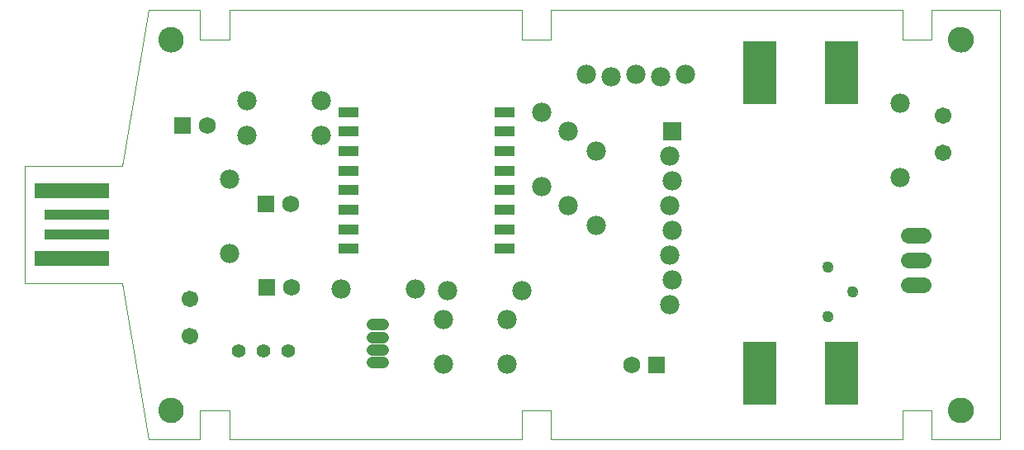
<source format=gts>
G75*
%MOIN*%
%OFA0B0*%
%FSLAX25Y25*%
%IPPOS*%
%LPD*%
%AMOC8*
5,1,8,0,0,1.08239X$1,22.5*
%
%ADD10C,0.00000*%
%ADD11C,0.10243*%
%ADD12C,0.06900*%
%ADD13R,0.06900X0.06900*%
%ADD14C,0.07800*%
%ADD15C,0.06700*%
%ADD16C,0.05550*%
%ADD17R,0.08274X0.04337*%
%ADD18C,0.06400*%
%ADD19R,0.29928X0.06306*%
%ADD20R,0.25991X0.04337*%
%ADD21R,0.07800X0.07800*%
%ADD22R,0.13200X0.25800*%
%ADD23C,0.04337*%
%ADD24C,0.04762*%
D10*
X0061333Y0001000D02*
X0082199Y0001000D01*
X0082199Y0012811D01*
X0094010Y0012811D01*
X0094010Y0001000D01*
X0212121Y0001000D01*
X0212121Y0012811D01*
X0223932Y0012811D01*
X0223932Y0001000D01*
X0365664Y0001000D01*
X0365664Y0012811D01*
X0377475Y0012811D01*
X0377475Y0001000D01*
X0405034Y0001000D01*
X0405034Y0174228D01*
X0377475Y0174228D01*
X0377475Y0162417D01*
X0365664Y0162417D01*
X0365664Y0174228D01*
X0223932Y0174228D01*
X0223932Y0162417D01*
X0212121Y0162417D01*
X0212121Y0174228D01*
X0094010Y0174228D01*
X0094010Y0162417D01*
X0082199Y0162417D01*
X0082199Y0174228D01*
X0061333Y0174228D01*
X0050703Y0111236D01*
X0011333Y0111236D01*
X0011333Y0063992D01*
X0050703Y0063992D01*
X0061333Y0001000D01*
X0065467Y0012811D02*
X0065469Y0012951D01*
X0065475Y0013091D01*
X0065485Y0013230D01*
X0065499Y0013369D01*
X0065517Y0013508D01*
X0065538Y0013646D01*
X0065564Y0013784D01*
X0065594Y0013921D01*
X0065627Y0014056D01*
X0065665Y0014191D01*
X0065706Y0014325D01*
X0065751Y0014458D01*
X0065799Y0014589D01*
X0065852Y0014718D01*
X0065908Y0014847D01*
X0065967Y0014973D01*
X0066031Y0015098D01*
X0066097Y0015221D01*
X0066168Y0015342D01*
X0066241Y0015461D01*
X0066318Y0015578D01*
X0066399Y0015692D01*
X0066482Y0015804D01*
X0066569Y0015914D01*
X0066659Y0016022D01*
X0066751Y0016126D01*
X0066847Y0016228D01*
X0066946Y0016328D01*
X0067047Y0016424D01*
X0067151Y0016518D01*
X0067258Y0016608D01*
X0067367Y0016695D01*
X0067479Y0016780D01*
X0067593Y0016861D01*
X0067709Y0016939D01*
X0067827Y0017013D01*
X0067948Y0017084D01*
X0068070Y0017152D01*
X0068195Y0017216D01*
X0068321Y0017277D01*
X0068448Y0017334D01*
X0068578Y0017387D01*
X0068709Y0017437D01*
X0068841Y0017482D01*
X0068974Y0017525D01*
X0069109Y0017563D01*
X0069244Y0017597D01*
X0069381Y0017628D01*
X0069518Y0017655D01*
X0069656Y0017677D01*
X0069795Y0017696D01*
X0069934Y0017711D01*
X0070073Y0017722D01*
X0070213Y0017729D01*
X0070353Y0017732D01*
X0070493Y0017731D01*
X0070633Y0017726D01*
X0070772Y0017717D01*
X0070912Y0017704D01*
X0071051Y0017687D01*
X0071189Y0017666D01*
X0071327Y0017642D01*
X0071464Y0017613D01*
X0071600Y0017581D01*
X0071735Y0017544D01*
X0071869Y0017504D01*
X0072002Y0017460D01*
X0072133Y0017412D01*
X0072263Y0017361D01*
X0072392Y0017306D01*
X0072519Y0017247D01*
X0072644Y0017184D01*
X0072767Y0017119D01*
X0072889Y0017049D01*
X0073008Y0016976D01*
X0073126Y0016900D01*
X0073241Y0016821D01*
X0073354Y0016738D01*
X0073464Y0016652D01*
X0073572Y0016563D01*
X0073677Y0016471D01*
X0073780Y0016376D01*
X0073880Y0016278D01*
X0073977Y0016178D01*
X0074071Y0016074D01*
X0074163Y0015968D01*
X0074251Y0015860D01*
X0074336Y0015749D01*
X0074418Y0015635D01*
X0074497Y0015519D01*
X0074572Y0015402D01*
X0074644Y0015282D01*
X0074712Y0015160D01*
X0074777Y0015036D01*
X0074839Y0014910D01*
X0074897Y0014783D01*
X0074951Y0014654D01*
X0075002Y0014523D01*
X0075048Y0014391D01*
X0075091Y0014258D01*
X0075131Y0014124D01*
X0075166Y0013989D01*
X0075198Y0013852D01*
X0075225Y0013715D01*
X0075249Y0013577D01*
X0075269Y0013439D01*
X0075285Y0013300D01*
X0075297Y0013160D01*
X0075305Y0013021D01*
X0075309Y0012881D01*
X0075309Y0012741D01*
X0075305Y0012601D01*
X0075297Y0012462D01*
X0075285Y0012322D01*
X0075269Y0012183D01*
X0075249Y0012045D01*
X0075225Y0011907D01*
X0075198Y0011770D01*
X0075166Y0011633D01*
X0075131Y0011498D01*
X0075091Y0011364D01*
X0075048Y0011231D01*
X0075002Y0011099D01*
X0074951Y0010968D01*
X0074897Y0010839D01*
X0074839Y0010712D01*
X0074777Y0010586D01*
X0074712Y0010462D01*
X0074644Y0010340D01*
X0074572Y0010220D01*
X0074497Y0010103D01*
X0074418Y0009987D01*
X0074336Y0009873D01*
X0074251Y0009762D01*
X0074163Y0009654D01*
X0074071Y0009548D01*
X0073977Y0009444D01*
X0073880Y0009344D01*
X0073780Y0009246D01*
X0073677Y0009151D01*
X0073572Y0009059D01*
X0073464Y0008970D01*
X0073354Y0008884D01*
X0073241Y0008801D01*
X0073126Y0008722D01*
X0073008Y0008646D01*
X0072889Y0008573D01*
X0072767Y0008503D01*
X0072644Y0008438D01*
X0072519Y0008375D01*
X0072392Y0008316D01*
X0072263Y0008261D01*
X0072133Y0008210D01*
X0072002Y0008162D01*
X0071869Y0008118D01*
X0071735Y0008078D01*
X0071600Y0008041D01*
X0071464Y0008009D01*
X0071327Y0007980D01*
X0071189Y0007956D01*
X0071051Y0007935D01*
X0070912Y0007918D01*
X0070772Y0007905D01*
X0070633Y0007896D01*
X0070493Y0007891D01*
X0070353Y0007890D01*
X0070213Y0007893D01*
X0070073Y0007900D01*
X0069934Y0007911D01*
X0069795Y0007926D01*
X0069656Y0007945D01*
X0069518Y0007967D01*
X0069381Y0007994D01*
X0069244Y0008025D01*
X0069109Y0008059D01*
X0068974Y0008097D01*
X0068841Y0008140D01*
X0068709Y0008185D01*
X0068578Y0008235D01*
X0068448Y0008288D01*
X0068321Y0008345D01*
X0068195Y0008406D01*
X0068070Y0008470D01*
X0067948Y0008538D01*
X0067827Y0008609D01*
X0067709Y0008683D01*
X0067593Y0008761D01*
X0067479Y0008842D01*
X0067367Y0008927D01*
X0067258Y0009014D01*
X0067151Y0009104D01*
X0067047Y0009198D01*
X0066946Y0009294D01*
X0066847Y0009394D01*
X0066751Y0009496D01*
X0066659Y0009600D01*
X0066569Y0009708D01*
X0066482Y0009818D01*
X0066399Y0009930D01*
X0066318Y0010044D01*
X0066241Y0010161D01*
X0066168Y0010280D01*
X0066097Y0010401D01*
X0066031Y0010524D01*
X0065967Y0010649D01*
X0065908Y0010775D01*
X0065852Y0010904D01*
X0065799Y0011033D01*
X0065751Y0011164D01*
X0065706Y0011297D01*
X0065665Y0011431D01*
X0065627Y0011566D01*
X0065594Y0011701D01*
X0065564Y0011838D01*
X0065538Y0011976D01*
X0065517Y0012114D01*
X0065499Y0012253D01*
X0065485Y0012392D01*
X0065475Y0012531D01*
X0065469Y0012671D01*
X0065467Y0012811D01*
X0333616Y0050606D02*
X0333618Y0050694D01*
X0333624Y0050782D01*
X0333634Y0050870D01*
X0333648Y0050958D01*
X0333665Y0051044D01*
X0333687Y0051130D01*
X0333712Y0051214D01*
X0333742Y0051298D01*
X0333774Y0051380D01*
X0333811Y0051460D01*
X0333851Y0051539D01*
X0333895Y0051616D01*
X0333942Y0051691D01*
X0333992Y0051763D01*
X0334046Y0051834D01*
X0334102Y0051901D01*
X0334162Y0051967D01*
X0334224Y0052029D01*
X0334290Y0052089D01*
X0334357Y0052145D01*
X0334428Y0052199D01*
X0334500Y0052249D01*
X0334575Y0052296D01*
X0334652Y0052340D01*
X0334731Y0052380D01*
X0334811Y0052417D01*
X0334893Y0052449D01*
X0334977Y0052479D01*
X0335061Y0052504D01*
X0335147Y0052526D01*
X0335233Y0052543D01*
X0335321Y0052557D01*
X0335409Y0052567D01*
X0335497Y0052573D01*
X0335585Y0052575D01*
X0335673Y0052573D01*
X0335761Y0052567D01*
X0335849Y0052557D01*
X0335937Y0052543D01*
X0336023Y0052526D01*
X0336109Y0052504D01*
X0336193Y0052479D01*
X0336277Y0052449D01*
X0336359Y0052417D01*
X0336439Y0052380D01*
X0336518Y0052340D01*
X0336595Y0052296D01*
X0336670Y0052249D01*
X0336742Y0052199D01*
X0336813Y0052145D01*
X0336880Y0052089D01*
X0336946Y0052029D01*
X0337008Y0051967D01*
X0337068Y0051901D01*
X0337124Y0051834D01*
X0337178Y0051763D01*
X0337228Y0051691D01*
X0337275Y0051616D01*
X0337319Y0051539D01*
X0337359Y0051460D01*
X0337396Y0051380D01*
X0337428Y0051298D01*
X0337458Y0051214D01*
X0337483Y0051130D01*
X0337505Y0051044D01*
X0337522Y0050958D01*
X0337536Y0050870D01*
X0337546Y0050782D01*
X0337552Y0050694D01*
X0337554Y0050606D01*
X0337552Y0050518D01*
X0337546Y0050430D01*
X0337536Y0050342D01*
X0337522Y0050254D01*
X0337505Y0050168D01*
X0337483Y0050082D01*
X0337458Y0049998D01*
X0337428Y0049914D01*
X0337396Y0049832D01*
X0337359Y0049752D01*
X0337319Y0049673D01*
X0337275Y0049596D01*
X0337228Y0049521D01*
X0337178Y0049449D01*
X0337124Y0049378D01*
X0337068Y0049311D01*
X0337008Y0049245D01*
X0336946Y0049183D01*
X0336880Y0049123D01*
X0336813Y0049067D01*
X0336742Y0049013D01*
X0336670Y0048963D01*
X0336595Y0048916D01*
X0336518Y0048872D01*
X0336439Y0048832D01*
X0336359Y0048795D01*
X0336277Y0048763D01*
X0336193Y0048733D01*
X0336109Y0048708D01*
X0336023Y0048686D01*
X0335937Y0048669D01*
X0335849Y0048655D01*
X0335761Y0048645D01*
X0335673Y0048639D01*
X0335585Y0048637D01*
X0335497Y0048639D01*
X0335409Y0048645D01*
X0335321Y0048655D01*
X0335233Y0048669D01*
X0335147Y0048686D01*
X0335061Y0048708D01*
X0334977Y0048733D01*
X0334893Y0048763D01*
X0334811Y0048795D01*
X0334731Y0048832D01*
X0334652Y0048872D01*
X0334575Y0048916D01*
X0334500Y0048963D01*
X0334428Y0049013D01*
X0334357Y0049067D01*
X0334290Y0049123D01*
X0334224Y0049183D01*
X0334162Y0049245D01*
X0334102Y0049311D01*
X0334046Y0049378D01*
X0333992Y0049449D01*
X0333942Y0049521D01*
X0333895Y0049596D01*
X0333851Y0049673D01*
X0333811Y0049752D01*
X0333774Y0049832D01*
X0333742Y0049914D01*
X0333712Y0049998D01*
X0333687Y0050082D01*
X0333665Y0050168D01*
X0333648Y0050254D01*
X0333634Y0050342D01*
X0333624Y0050430D01*
X0333618Y0050518D01*
X0333616Y0050606D01*
X0343616Y0060606D02*
X0343618Y0060694D01*
X0343624Y0060782D01*
X0343634Y0060870D01*
X0343648Y0060958D01*
X0343665Y0061044D01*
X0343687Y0061130D01*
X0343712Y0061214D01*
X0343742Y0061298D01*
X0343774Y0061380D01*
X0343811Y0061460D01*
X0343851Y0061539D01*
X0343895Y0061616D01*
X0343942Y0061691D01*
X0343992Y0061763D01*
X0344046Y0061834D01*
X0344102Y0061901D01*
X0344162Y0061967D01*
X0344224Y0062029D01*
X0344290Y0062089D01*
X0344357Y0062145D01*
X0344428Y0062199D01*
X0344500Y0062249D01*
X0344575Y0062296D01*
X0344652Y0062340D01*
X0344731Y0062380D01*
X0344811Y0062417D01*
X0344893Y0062449D01*
X0344977Y0062479D01*
X0345061Y0062504D01*
X0345147Y0062526D01*
X0345233Y0062543D01*
X0345321Y0062557D01*
X0345409Y0062567D01*
X0345497Y0062573D01*
X0345585Y0062575D01*
X0345673Y0062573D01*
X0345761Y0062567D01*
X0345849Y0062557D01*
X0345937Y0062543D01*
X0346023Y0062526D01*
X0346109Y0062504D01*
X0346193Y0062479D01*
X0346277Y0062449D01*
X0346359Y0062417D01*
X0346439Y0062380D01*
X0346518Y0062340D01*
X0346595Y0062296D01*
X0346670Y0062249D01*
X0346742Y0062199D01*
X0346813Y0062145D01*
X0346880Y0062089D01*
X0346946Y0062029D01*
X0347008Y0061967D01*
X0347068Y0061901D01*
X0347124Y0061834D01*
X0347178Y0061763D01*
X0347228Y0061691D01*
X0347275Y0061616D01*
X0347319Y0061539D01*
X0347359Y0061460D01*
X0347396Y0061380D01*
X0347428Y0061298D01*
X0347458Y0061214D01*
X0347483Y0061130D01*
X0347505Y0061044D01*
X0347522Y0060958D01*
X0347536Y0060870D01*
X0347546Y0060782D01*
X0347552Y0060694D01*
X0347554Y0060606D01*
X0347552Y0060518D01*
X0347546Y0060430D01*
X0347536Y0060342D01*
X0347522Y0060254D01*
X0347505Y0060168D01*
X0347483Y0060082D01*
X0347458Y0059998D01*
X0347428Y0059914D01*
X0347396Y0059832D01*
X0347359Y0059752D01*
X0347319Y0059673D01*
X0347275Y0059596D01*
X0347228Y0059521D01*
X0347178Y0059449D01*
X0347124Y0059378D01*
X0347068Y0059311D01*
X0347008Y0059245D01*
X0346946Y0059183D01*
X0346880Y0059123D01*
X0346813Y0059067D01*
X0346742Y0059013D01*
X0346670Y0058963D01*
X0346595Y0058916D01*
X0346518Y0058872D01*
X0346439Y0058832D01*
X0346359Y0058795D01*
X0346277Y0058763D01*
X0346193Y0058733D01*
X0346109Y0058708D01*
X0346023Y0058686D01*
X0345937Y0058669D01*
X0345849Y0058655D01*
X0345761Y0058645D01*
X0345673Y0058639D01*
X0345585Y0058637D01*
X0345497Y0058639D01*
X0345409Y0058645D01*
X0345321Y0058655D01*
X0345233Y0058669D01*
X0345147Y0058686D01*
X0345061Y0058708D01*
X0344977Y0058733D01*
X0344893Y0058763D01*
X0344811Y0058795D01*
X0344731Y0058832D01*
X0344652Y0058872D01*
X0344575Y0058916D01*
X0344500Y0058963D01*
X0344428Y0059013D01*
X0344357Y0059067D01*
X0344290Y0059123D01*
X0344224Y0059183D01*
X0344162Y0059245D01*
X0344102Y0059311D01*
X0344046Y0059378D01*
X0343992Y0059449D01*
X0343942Y0059521D01*
X0343895Y0059596D01*
X0343851Y0059673D01*
X0343811Y0059752D01*
X0343774Y0059832D01*
X0343742Y0059914D01*
X0343712Y0059998D01*
X0343687Y0060082D01*
X0343665Y0060168D01*
X0343648Y0060254D01*
X0343634Y0060342D01*
X0343624Y0060430D01*
X0343618Y0060518D01*
X0343616Y0060606D01*
X0333616Y0070606D02*
X0333618Y0070694D01*
X0333624Y0070782D01*
X0333634Y0070870D01*
X0333648Y0070958D01*
X0333665Y0071044D01*
X0333687Y0071130D01*
X0333712Y0071214D01*
X0333742Y0071298D01*
X0333774Y0071380D01*
X0333811Y0071460D01*
X0333851Y0071539D01*
X0333895Y0071616D01*
X0333942Y0071691D01*
X0333992Y0071763D01*
X0334046Y0071834D01*
X0334102Y0071901D01*
X0334162Y0071967D01*
X0334224Y0072029D01*
X0334290Y0072089D01*
X0334357Y0072145D01*
X0334428Y0072199D01*
X0334500Y0072249D01*
X0334575Y0072296D01*
X0334652Y0072340D01*
X0334731Y0072380D01*
X0334811Y0072417D01*
X0334893Y0072449D01*
X0334977Y0072479D01*
X0335061Y0072504D01*
X0335147Y0072526D01*
X0335233Y0072543D01*
X0335321Y0072557D01*
X0335409Y0072567D01*
X0335497Y0072573D01*
X0335585Y0072575D01*
X0335673Y0072573D01*
X0335761Y0072567D01*
X0335849Y0072557D01*
X0335937Y0072543D01*
X0336023Y0072526D01*
X0336109Y0072504D01*
X0336193Y0072479D01*
X0336277Y0072449D01*
X0336359Y0072417D01*
X0336439Y0072380D01*
X0336518Y0072340D01*
X0336595Y0072296D01*
X0336670Y0072249D01*
X0336742Y0072199D01*
X0336813Y0072145D01*
X0336880Y0072089D01*
X0336946Y0072029D01*
X0337008Y0071967D01*
X0337068Y0071901D01*
X0337124Y0071834D01*
X0337178Y0071763D01*
X0337228Y0071691D01*
X0337275Y0071616D01*
X0337319Y0071539D01*
X0337359Y0071460D01*
X0337396Y0071380D01*
X0337428Y0071298D01*
X0337458Y0071214D01*
X0337483Y0071130D01*
X0337505Y0071044D01*
X0337522Y0070958D01*
X0337536Y0070870D01*
X0337546Y0070782D01*
X0337552Y0070694D01*
X0337554Y0070606D01*
X0337552Y0070518D01*
X0337546Y0070430D01*
X0337536Y0070342D01*
X0337522Y0070254D01*
X0337505Y0070168D01*
X0337483Y0070082D01*
X0337458Y0069998D01*
X0337428Y0069914D01*
X0337396Y0069832D01*
X0337359Y0069752D01*
X0337319Y0069673D01*
X0337275Y0069596D01*
X0337228Y0069521D01*
X0337178Y0069449D01*
X0337124Y0069378D01*
X0337068Y0069311D01*
X0337008Y0069245D01*
X0336946Y0069183D01*
X0336880Y0069123D01*
X0336813Y0069067D01*
X0336742Y0069013D01*
X0336670Y0068963D01*
X0336595Y0068916D01*
X0336518Y0068872D01*
X0336439Y0068832D01*
X0336359Y0068795D01*
X0336277Y0068763D01*
X0336193Y0068733D01*
X0336109Y0068708D01*
X0336023Y0068686D01*
X0335937Y0068669D01*
X0335849Y0068655D01*
X0335761Y0068645D01*
X0335673Y0068639D01*
X0335585Y0068637D01*
X0335497Y0068639D01*
X0335409Y0068645D01*
X0335321Y0068655D01*
X0335233Y0068669D01*
X0335147Y0068686D01*
X0335061Y0068708D01*
X0334977Y0068733D01*
X0334893Y0068763D01*
X0334811Y0068795D01*
X0334731Y0068832D01*
X0334652Y0068872D01*
X0334575Y0068916D01*
X0334500Y0068963D01*
X0334428Y0069013D01*
X0334357Y0069067D01*
X0334290Y0069123D01*
X0334224Y0069183D01*
X0334162Y0069245D01*
X0334102Y0069311D01*
X0334046Y0069378D01*
X0333992Y0069449D01*
X0333942Y0069521D01*
X0333895Y0069596D01*
X0333851Y0069673D01*
X0333811Y0069752D01*
X0333774Y0069832D01*
X0333742Y0069914D01*
X0333712Y0069998D01*
X0333687Y0070082D01*
X0333665Y0070168D01*
X0333648Y0070254D01*
X0333634Y0070342D01*
X0333624Y0070430D01*
X0333618Y0070518D01*
X0333616Y0070606D01*
X0384365Y0012811D02*
X0384367Y0012951D01*
X0384373Y0013091D01*
X0384383Y0013230D01*
X0384397Y0013369D01*
X0384415Y0013508D01*
X0384436Y0013646D01*
X0384462Y0013784D01*
X0384492Y0013921D01*
X0384525Y0014056D01*
X0384563Y0014191D01*
X0384604Y0014325D01*
X0384649Y0014458D01*
X0384697Y0014589D01*
X0384750Y0014718D01*
X0384806Y0014847D01*
X0384865Y0014973D01*
X0384929Y0015098D01*
X0384995Y0015221D01*
X0385066Y0015342D01*
X0385139Y0015461D01*
X0385216Y0015578D01*
X0385297Y0015692D01*
X0385380Y0015804D01*
X0385467Y0015914D01*
X0385557Y0016022D01*
X0385649Y0016126D01*
X0385745Y0016228D01*
X0385844Y0016328D01*
X0385945Y0016424D01*
X0386049Y0016518D01*
X0386156Y0016608D01*
X0386265Y0016695D01*
X0386377Y0016780D01*
X0386491Y0016861D01*
X0386607Y0016939D01*
X0386725Y0017013D01*
X0386846Y0017084D01*
X0386968Y0017152D01*
X0387093Y0017216D01*
X0387219Y0017277D01*
X0387346Y0017334D01*
X0387476Y0017387D01*
X0387607Y0017437D01*
X0387739Y0017482D01*
X0387872Y0017525D01*
X0388007Y0017563D01*
X0388142Y0017597D01*
X0388279Y0017628D01*
X0388416Y0017655D01*
X0388554Y0017677D01*
X0388693Y0017696D01*
X0388832Y0017711D01*
X0388971Y0017722D01*
X0389111Y0017729D01*
X0389251Y0017732D01*
X0389391Y0017731D01*
X0389531Y0017726D01*
X0389670Y0017717D01*
X0389810Y0017704D01*
X0389949Y0017687D01*
X0390087Y0017666D01*
X0390225Y0017642D01*
X0390362Y0017613D01*
X0390498Y0017581D01*
X0390633Y0017544D01*
X0390767Y0017504D01*
X0390900Y0017460D01*
X0391031Y0017412D01*
X0391161Y0017361D01*
X0391290Y0017306D01*
X0391417Y0017247D01*
X0391542Y0017184D01*
X0391665Y0017119D01*
X0391787Y0017049D01*
X0391906Y0016976D01*
X0392024Y0016900D01*
X0392139Y0016821D01*
X0392252Y0016738D01*
X0392362Y0016652D01*
X0392470Y0016563D01*
X0392575Y0016471D01*
X0392678Y0016376D01*
X0392778Y0016278D01*
X0392875Y0016178D01*
X0392969Y0016074D01*
X0393061Y0015968D01*
X0393149Y0015860D01*
X0393234Y0015749D01*
X0393316Y0015635D01*
X0393395Y0015519D01*
X0393470Y0015402D01*
X0393542Y0015282D01*
X0393610Y0015160D01*
X0393675Y0015036D01*
X0393737Y0014910D01*
X0393795Y0014783D01*
X0393849Y0014654D01*
X0393900Y0014523D01*
X0393946Y0014391D01*
X0393989Y0014258D01*
X0394029Y0014124D01*
X0394064Y0013989D01*
X0394096Y0013852D01*
X0394123Y0013715D01*
X0394147Y0013577D01*
X0394167Y0013439D01*
X0394183Y0013300D01*
X0394195Y0013160D01*
X0394203Y0013021D01*
X0394207Y0012881D01*
X0394207Y0012741D01*
X0394203Y0012601D01*
X0394195Y0012462D01*
X0394183Y0012322D01*
X0394167Y0012183D01*
X0394147Y0012045D01*
X0394123Y0011907D01*
X0394096Y0011770D01*
X0394064Y0011633D01*
X0394029Y0011498D01*
X0393989Y0011364D01*
X0393946Y0011231D01*
X0393900Y0011099D01*
X0393849Y0010968D01*
X0393795Y0010839D01*
X0393737Y0010712D01*
X0393675Y0010586D01*
X0393610Y0010462D01*
X0393542Y0010340D01*
X0393470Y0010220D01*
X0393395Y0010103D01*
X0393316Y0009987D01*
X0393234Y0009873D01*
X0393149Y0009762D01*
X0393061Y0009654D01*
X0392969Y0009548D01*
X0392875Y0009444D01*
X0392778Y0009344D01*
X0392678Y0009246D01*
X0392575Y0009151D01*
X0392470Y0009059D01*
X0392362Y0008970D01*
X0392252Y0008884D01*
X0392139Y0008801D01*
X0392024Y0008722D01*
X0391906Y0008646D01*
X0391787Y0008573D01*
X0391665Y0008503D01*
X0391542Y0008438D01*
X0391417Y0008375D01*
X0391290Y0008316D01*
X0391161Y0008261D01*
X0391031Y0008210D01*
X0390900Y0008162D01*
X0390767Y0008118D01*
X0390633Y0008078D01*
X0390498Y0008041D01*
X0390362Y0008009D01*
X0390225Y0007980D01*
X0390087Y0007956D01*
X0389949Y0007935D01*
X0389810Y0007918D01*
X0389670Y0007905D01*
X0389531Y0007896D01*
X0389391Y0007891D01*
X0389251Y0007890D01*
X0389111Y0007893D01*
X0388971Y0007900D01*
X0388832Y0007911D01*
X0388693Y0007926D01*
X0388554Y0007945D01*
X0388416Y0007967D01*
X0388279Y0007994D01*
X0388142Y0008025D01*
X0388007Y0008059D01*
X0387872Y0008097D01*
X0387739Y0008140D01*
X0387607Y0008185D01*
X0387476Y0008235D01*
X0387346Y0008288D01*
X0387219Y0008345D01*
X0387093Y0008406D01*
X0386968Y0008470D01*
X0386846Y0008538D01*
X0386725Y0008609D01*
X0386607Y0008683D01*
X0386491Y0008761D01*
X0386377Y0008842D01*
X0386265Y0008927D01*
X0386156Y0009014D01*
X0386049Y0009104D01*
X0385945Y0009198D01*
X0385844Y0009294D01*
X0385745Y0009394D01*
X0385649Y0009496D01*
X0385557Y0009600D01*
X0385467Y0009708D01*
X0385380Y0009818D01*
X0385297Y0009930D01*
X0385216Y0010044D01*
X0385139Y0010161D01*
X0385066Y0010280D01*
X0384995Y0010401D01*
X0384929Y0010524D01*
X0384865Y0010649D01*
X0384806Y0010775D01*
X0384750Y0010904D01*
X0384697Y0011033D01*
X0384649Y0011164D01*
X0384604Y0011297D01*
X0384563Y0011431D01*
X0384525Y0011566D01*
X0384492Y0011701D01*
X0384462Y0011838D01*
X0384436Y0011976D01*
X0384415Y0012114D01*
X0384397Y0012253D01*
X0384383Y0012392D01*
X0384373Y0012531D01*
X0384367Y0012671D01*
X0384365Y0012811D01*
X0384365Y0162417D02*
X0384367Y0162557D01*
X0384373Y0162697D01*
X0384383Y0162836D01*
X0384397Y0162975D01*
X0384415Y0163114D01*
X0384436Y0163252D01*
X0384462Y0163390D01*
X0384492Y0163527D01*
X0384525Y0163662D01*
X0384563Y0163797D01*
X0384604Y0163931D01*
X0384649Y0164064D01*
X0384697Y0164195D01*
X0384750Y0164324D01*
X0384806Y0164453D01*
X0384865Y0164579D01*
X0384929Y0164704D01*
X0384995Y0164827D01*
X0385066Y0164948D01*
X0385139Y0165067D01*
X0385216Y0165184D01*
X0385297Y0165298D01*
X0385380Y0165410D01*
X0385467Y0165520D01*
X0385557Y0165628D01*
X0385649Y0165732D01*
X0385745Y0165834D01*
X0385844Y0165934D01*
X0385945Y0166030D01*
X0386049Y0166124D01*
X0386156Y0166214D01*
X0386265Y0166301D01*
X0386377Y0166386D01*
X0386491Y0166467D01*
X0386607Y0166545D01*
X0386725Y0166619D01*
X0386846Y0166690D01*
X0386968Y0166758D01*
X0387093Y0166822D01*
X0387219Y0166883D01*
X0387346Y0166940D01*
X0387476Y0166993D01*
X0387607Y0167043D01*
X0387739Y0167088D01*
X0387872Y0167131D01*
X0388007Y0167169D01*
X0388142Y0167203D01*
X0388279Y0167234D01*
X0388416Y0167261D01*
X0388554Y0167283D01*
X0388693Y0167302D01*
X0388832Y0167317D01*
X0388971Y0167328D01*
X0389111Y0167335D01*
X0389251Y0167338D01*
X0389391Y0167337D01*
X0389531Y0167332D01*
X0389670Y0167323D01*
X0389810Y0167310D01*
X0389949Y0167293D01*
X0390087Y0167272D01*
X0390225Y0167248D01*
X0390362Y0167219D01*
X0390498Y0167187D01*
X0390633Y0167150D01*
X0390767Y0167110D01*
X0390900Y0167066D01*
X0391031Y0167018D01*
X0391161Y0166967D01*
X0391290Y0166912D01*
X0391417Y0166853D01*
X0391542Y0166790D01*
X0391665Y0166725D01*
X0391787Y0166655D01*
X0391906Y0166582D01*
X0392024Y0166506D01*
X0392139Y0166427D01*
X0392252Y0166344D01*
X0392362Y0166258D01*
X0392470Y0166169D01*
X0392575Y0166077D01*
X0392678Y0165982D01*
X0392778Y0165884D01*
X0392875Y0165784D01*
X0392969Y0165680D01*
X0393061Y0165574D01*
X0393149Y0165466D01*
X0393234Y0165355D01*
X0393316Y0165241D01*
X0393395Y0165125D01*
X0393470Y0165008D01*
X0393542Y0164888D01*
X0393610Y0164766D01*
X0393675Y0164642D01*
X0393737Y0164516D01*
X0393795Y0164389D01*
X0393849Y0164260D01*
X0393900Y0164129D01*
X0393946Y0163997D01*
X0393989Y0163864D01*
X0394029Y0163730D01*
X0394064Y0163595D01*
X0394096Y0163458D01*
X0394123Y0163321D01*
X0394147Y0163183D01*
X0394167Y0163045D01*
X0394183Y0162906D01*
X0394195Y0162766D01*
X0394203Y0162627D01*
X0394207Y0162487D01*
X0394207Y0162347D01*
X0394203Y0162207D01*
X0394195Y0162068D01*
X0394183Y0161928D01*
X0394167Y0161789D01*
X0394147Y0161651D01*
X0394123Y0161513D01*
X0394096Y0161376D01*
X0394064Y0161239D01*
X0394029Y0161104D01*
X0393989Y0160970D01*
X0393946Y0160837D01*
X0393900Y0160705D01*
X0393849Y0160574D01*
X0393795Y0160445D01*
X0393737Y0160318D01*
X0393675Y0160192D01*
X0393610Y0160068D01*
X0393542Y0159946D01*
X0393470Y0159826D01*
X0393395Y0159709D01*
X0393316Y0159593D01*
X0393234Y0159479D01*
X0393149Y0159368D01*
X0393061Y0159260D01*
X0392969Y0159154D01*
X0392875Y0159050D01*
X0392778Y0158950D01*
X0392678Y0158852D01*
X0392575Y0158757D01*
X0392470Y0158665D01*
X0392362Y0158576D01*
X0392252Y0158490D01*
X0392139Y0158407D01*
X0392024Y0158328D01*
X0391906Y0158252D01*
X0391787Y0158179D01*
X0391665Y0158109D01*
X0391542Y0158044D01*
X0391417Y0157981D01*
X0391290Y0157922D01*
X0391161Y0157867D01*
X0391031Y0157816D01*
X0390900Y0157768D01*
X0390767Y0157724D01*
X0390633Y0157684D01*
X0390498Y0157647D01*
X0390362Y0157615D01*
X0390225Y0157586D01*
X0390087Y0157562D01*
X0389949Y0157541D01*
X0389810Y0157524D01*
X0389670Y0157511D01*
X0389531Y0157502D01*
X0389391Y0157497D01*
X0389251Y0157496D01*
X0389111Y0157499D01*
X0388971Y0157506D01*
X0388832Y0157517D01*
X0388693Y0157532D01*
X0388554Y0157551D01*
X0388416Y0157573D01*
X0388279Y0157600D01*
X0388142Y0157631D01*
X0388007Y0157665D01*
X0387872Y0157703D01*
X0387739Y0157746D01*
X0387607Y0157791D01*
X0387476Y0157841D01*
X0387346Y0157894D01*
X0387219Y0157951D01*
X0387093Y0158012D01*
X0386968Y0158076D01*
X0386846Y0158144D01*
X0386725Y0158215D01*
X0386607Y0158289D01*
X0386491Y0158367D01*
X0386377Y0158448D01*
X0386265Y0158533D01*
X0386156Y0158620D01*
X0386049Y0158710D01*
X0385945Y0158804D01*
X0385844Y0158900D01*
X0385745Y0159000D01*
X0385649Y0159102D01*
X0385557Y0159206D01*
X0385467Y0159314D01*
X0385380Y0159424D01*
X0385297Y0159536D01*
X0385216Y0159650D01*
X0385139Y0159767D01*
X0385066Y0159886D01*
X0384995Y0160007D01*
X0384929Y0160130D01*
X0384865Y0160255D01*
X0384806Y0160381D01*
X0384750Y0160510D01*
X0384697Y0160639D01*
X0384649Y0160770D01*
X0384604Y0160903D01*
X0384563Y0161037D01*
X0384525Y0161172D01*
X0384492Y0161307D01*
X0384462Y0161444D01*
X0384436Y0161582D01*
X0384415Y0161720D01*
X0384397Y0161859D01*
X0384383Y0161998D01*
X0384373Y0162137D01*
X0384367Y0162277D01*
X0384365Y0162417D01*
X0065467Y0162417D02*
X0065469Y0162557D01*
X0065475Y0162697D01*
X0065485Y0162836D01*
X0065499Y0162975D01*
X0065517Y0163114D01*
X0065538Y0163252D01*
X0065564Y0163390D01*
X0065594Y0163527D01*
X0065627Y0163662D01*
X0065665Y0163797D01*
X0065706Y0163931D01*
X0065751Y0164064D01*
X0065799Y0164195D01*
X0065852Y0164324D01*
X0065908Y0164453D01*
X0065967Y0164579D01*
X0066031Y0164704D01*
X0066097Y0164827D01*
X0066168Y0164948D01*
X0066241Y0165067D01*
X0066318Y0165184D01*
X0066399Y0165298D01*
X0066482Y0165410D01*
X0066569Y0165520D01*
X0066659Y0165628D01*
X0066751Y0165732D01*
X0066847Y0165834D01*
X0066946Y0165934D01*
X0067047Y0166030D01*
X0067151Y0166124D01*
X0067258Y0166214D01*
X0067367Y0166301D01*
X0067479Y0166386D01*
X0067593Y0166467D01*
X0067709Y0166545D01*
X0067827Y0166619D01*
X0067948Y0166690D01*
X0068070Y0166758D01*
X0068195Y0166822D01*
X0068321Y0166883D01*
X0068448Y0166940D01*
X0068578Y0166993D01*
X0068709Y0167043D01*
X0068841Y0167088D01*
X0068974Y0167131D01*
X0069109Y0167169D01*
X0069244Y0167203D01*
X0069381Y0167234D01*
X0069518Y0167261D01*
X0069656Y0167283D01*
X0069795Y0167302D01*
X0069934Y0167317D01*
X0070073Y0167328D01*
X0070213Y0167335D01*
X0070353Y0167338D01*
X0070493Y0167337D01*
X0070633Y0167332D01*
X0070772Y0167323D01*
X0070912Y0167310D01*
X0071051Y0167293D01*
X0071189Y0167272D01*
X0071327Y0167248D01*
X0071464Y0167219D01*
X0071600Y0167187D01*
X0071735Y0167150D01*
X0071869Y0167110D01*
X0072002Y0167066D01*
X0072133Y0167018D01*
X0072263Y0166967D01*
X0072392Y0166912D01*
X0072519Y0166853D01*
X0072644Y0166790D01*
X0072767Y0166725D01*
X0072889Y0166655D01*
X0073008Y0166582D01*
X0073126Y0166506D01*
X0073241Y0166427D01*
X0073354Y0166344D01*
X0073464Y0166258D01*
X0073572Y0166169D01*
X0073677Y0166077D01*
X0073780Y0165982D01*
X0073880Y0165884D01*
X0073977Y0165784D01*
X0074071Y0165680D01*
X0074163Y0165574D01*
X0074251Y0165466D01*
X0074336Y0165355D01*
X0074418Y0165241D01*
X0074497Y0165125D01*
X0074572Y0165008D01*
X0074644Y0164888D01*
X0074712Y0164766D01*
X0074777Y0164642D01*
X0074839Y0164516D01*
X0074897Y0164389D01*
X0074951Y0164260D01*
X0075002Y0164129D01*
X0075048Y0163997D01*
X0075091Y0163864D01*
X0075131Y0163730D01*
X0075166Y0163595D01*
X0075198Y0163458D01*
X0075225Y0163321D01*
X0075249Y0163183D01*
X0075269Y0163045D01*
X0075285Y0162906D01*
X0075297Y0162766D01*
X0075305Y0162627D01*
X0075309Y0162487D01*
X0075309Y0162347D01*
X0075305Y0162207D01*
X0075297Y0162068D01*
X0075285Y0161928D01*
X0075269Y0161789D01*
X0075249Y0161651D01*
X0075225Y0161513D01*
X0075198Y0161376D01*
X0075166Y0161239D01*
X0075131Y0161104D01*
X0075091Y0160970D01*
X0075048Y0160837D01*
X0075002Y0160705D01*
X0074951Y0160574D01*
X0074897Y0160445D01*
X0074839Y0160318D01*
X0074777Y0160192D01*
X0074712Y0160068D01*
X0074644Y0159946D01*
X0074572Y0159826D01*
X0074497Y0159709D01*
X0074418Y0159593D01*
X0074336Y0159479D01*
X0074251Y0159368D01*
X0074163Y0159260D01*
X0074071Y0159154D01*
X0073977Y0159050D01*
X0073880Y0158950D01*
X0073780Y0158852D01*
X0073677Y0158757D01*
X0073572Y0158665D01*
X0073464Y0158576D01*
X0073354Y0158490D01*
X0073241Y0158407D01*
X0073126Y0158328D01*
X0073008Y0158252D01*
X0072889Y0158179D01*
X0072767Y0158109D01*
X0072644Y0158044D01*
X0072519Y0157981D01*
X0072392Y0157922D01*
X0072263Y0157867D01*
X0072133Y0157816D01*
X0072002Y0157768D01*
X0071869Y0157724D01*
X0071735Y0157684D01*
X0071600Y0157647D01*
X0071464Y0157615D01*
X0071327Y0157586D01*
X0071189Y0157562D01*
X0071051Y0157541D01*
X0070912Y0157524D01*
X0070772Y0157511D01*
X0070633Y0157502D01*
X0070493Y0157497D01*
X0070353Y0157496D01*
X0070213Y0157499D01*
X0070073Y0157506D01*
X0069934Y0157517D01*
X0069795Y0157532D01*
X0069656Y0157551D01*
X0069518Y0157573D01*
X0069381Y0157600D01*
X0069244Y0157631D01*
X0069109Y0157665D01*
X0068974Y0157703D01*
X0068841Y0157746D01*
X0068709Y0157791D01*
X0068578Y0157841D01*
X0068448Y0157894D01*
X0068321Y0157951D01*
X0068195Y0158012D01*
X0068070Y0158076D01*
X0067948Y0158144D01*
X0067827Y0158215D01*
X0067709Y0158289D01*
X0067593Y0158367D01*
X0067479Y0158448D01*
X0067367Y0158533D01*
X0067258Y0158620D01*
X0067151Y0158710D01*
X0067047Y0158804D01*
X0066946Y0158900D01*
X0066847Y0159000D01*
X0066751Y0159102D01*
X0066659Y0159206D01*
X0066569Y0159314D01*
X0066482Y0159424D01*
X0066399Y0159536D01*
X0066318Y0159650D01*
X0066241Y0159767D01*
X0066168Y0159886D01*
X0066097Y0160007D01*
X0066031Y0160130D01*
X0065967Y0160255D01*
X0065908Y0160381D01*
X0065852Y0160510D01*
X0065799Y0160639D01*
X0065751Y0160770D01*
X0065706Y0160903D01*
X0065665Y0161037D01*
X0065627Y0161172D01*
X0065594Y0161307D01*
X0065564Y0161444D01*
X0065538Y0161582D01*
X0065517Y0161720D01*
X0065499Y0161859D01*
X0065485Y0161998D01*
X0065475Y0162137D01*
X0065469Y0162277D01*
X0065467Y0162417D01*
D11*
X0070388Y0162417D03*
X0389286Y0162417D03*
X0389286Y0012811D03*
X0070388Y0012811D03*
D12*
X0119207Y0062496D03*
X0118932Y0096039D03*
X0084995Y0127535D03*
X0256412Y0030921D03*
D13*
X0266412Y0030921D03*
X0109207Y0062496D03*
X0108932Y0096039D03*
X0074995Y0127535D03*
D14*
X0101136Y0123598D03*
X0101136Y0137535D03*
X0131136Y0137535D03*
X0131136Y0123598D03*
X0094089Y0105843D03*
X0094089Y0075843D03*
X0139010Y0061709D03*
X0169010Y0061709D03*
X0182199Y0061079D03*
X0180423Y0049270D03*
X0206023Y0049270D03*
X0212199Y0061079D03*
X0271857Y0055173D03*
X0272857Y0065173D03*
X0271857Y0075173D03*
X0272857Y0085173D03*
X0271857Y0095173D03*
X0272857Y0105173D03*
X0271857Y0115173D03*
X0242239Y0117417D03*
X0230822Y0125449D03*
X0220034Y0133087D03*
X0238144Y0148272D03*
X0248144Y0147272D03*
X0258144Y0148272D03*
X0268144Y0147272D03*
X0278144Y0148272D03*
X0364877Y0136512D03*
X0364877Y0106512D03*
X0242239Y0087417D03*
X0230822Y0095449D03*
X0220034Y0103087D03*
X0206023Y0031470D03*
X0180423Y0031470D03*
D15*
X0078223Y0042732D03*
X0078223Y0057732D03*
X0382160Y0116787D03*
X0382160Y0131787D03*
D16*
X0117672Y0036748D03*
X0107829Y0036748D03*
X0097987Y0036748D03*
D17*
X0142042Y0077929D03*
X0142042Y0085803D03*
X0142042Y0093677D03*
X0142042Y0101551D03*
X0142042Y0109425D03*
X0142042Y0117299D03*
X0142042Y0125173D03*
X0142042Y0133047D03*
X0205034Y0133047D03*
X0205034Y0125173D03*
X0205034Y0117299D03*
X0205034Y0109425D03*
X0205034Y0101551D03*
X0205034Y0093677D03*
X0205034Y0085803D03*
X0205034Y0077929D03*
D18*
X0368294Y0073441D02*
X0374294Y0073441D01*
X0374294Y0063441D02*
X0368294Y0063441D01*
X0368294Y0083441D02*
X0374294Y0083441D01*
D19*
X0030546Y0073835D03*
X0030546Y0101394D03*
D20*
X0032514Y0091551D03*
X0032514Y0083677D03*
D21*
X0272857Y0125173D03*
D22*
X0308184Y0149031D03*
X0341255Y0149031D03*
X0341255Y0027772D03*
X0308184Y0027772D03*
D23*
X0335585Y0050606D03*
X0345585Y0060606D03*
X0335585Y0070606D03*
D24*
X0156034Y0047260D02*
X0151672Y0047260D01*
X0151672Y0042142D02*
X0156034Y0042142D01*
X0156034Y0037024D02*
X0151672Y0037024D01*
X0151672Y0031906D02*
X0156034Y0031906D01*
M02*

</source>
